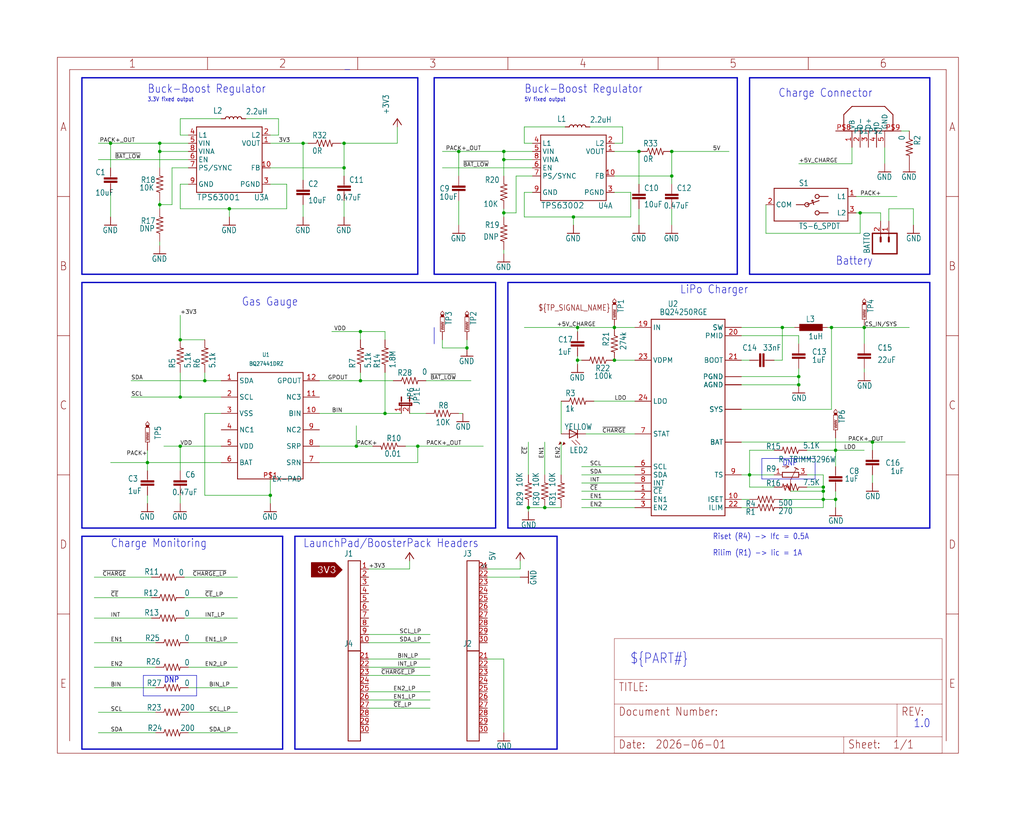
<source format=kicad_sch>
(kicad_sch (version 20250114) (generator "eeschema") (generator_version "9.0")
  (paper "User" 317.5 254.127)
  (text "3.3V fixed output" (at 45.72 31.75 0) (effects (font (size 1.27 1.0795)) (justify left bottom)))
  (text "${COMPANY}" (at 194.31 205.74 0) (effects (font (size 3.81 3.2385)) (justify left bottom)))
  (text "1.0" (at 283.21 226.06 0) (effects (font (size 2.54 2.159)) (justify left bottom)))
  (text "Charge Connector" (at 241.3 30.48 0) (effects (font (size 2.54 2.159)) (justify left bottom)))
  (text "Charge Monitoring" (at 34.29 170.18 0) (effects (font (size 2.54 2.159)) (justify left bottom)))
  (text "5V fixed output" (at 162.56 31.75 0) (effects (font (size 1.27 1.0795)) (justify left bottom)))
  (text "Buck-Boost Regulator" (at 162.56 29.21 0) (effects (font (size 2.54 2.159)) (justify left bottom)))
  (text "Riset (R4) -> Ifc = 0.5A" (at 220.98 167.64 0) (effects (font (size 1.778 1.5113)) (justify left bottom)))
  (text "DNP" (at 50.8 212.09 0) (effects (font (size 1.778 1.5113)) (justify left bottom)))
  (text "DNP" (at 242.57 144.78 0) (effects (font (size 1.778 1.5113)) (justify left bottom)))
  (text "LiPo Charger" (at 210.82 91.44 0) (effects (font (size 2.54 2.159)) (justify left bottom)))
  (text "${PART#}" (at 195.326 206.248 0) (effects (font (size 3.048 2.5908)) (justify left bottom)))
  (text "Rilim (R1) -> Iic = 1A" (at 220.98 172.72 0) (effects (font (size 1.778 1.5113)) (justify left bottom)))
  (text "DNP" (at 50.8 212.09 0) (effects (font (size 1.778 1.5113)) (justify left bottom)))
  (text "Gas Gauge" (at 74.93 95.25 0) (effects (font (size 2.54 2.159)) (justify left bottom)))
  (text "LaunchPad/BoosterPack Headers" (at 93.98 170.18 0) (effects (font (size 2.54 2.159)) (justify left bottom)))
  (text "Buck-Boost Regulator" (at 45.72 29.21 0) (effects (font (size 2.54 2.159)) (justify left bottom)))
  (text "Battery" (at 259.08 82.55 0) (effects (font (size 2.54 2.159)) (justify left bottom)))
  (junction (at 93.98 44.45))
  (junction (at 163.83 157.48))
  (junction (at 242.57 101.6))
  (junction (at 45.72 143.51))
  (junction (at 247.65 119.38))
  (junction (at 257.81 101.6))
  (junction (at 266.7 66.04))
  (junction (at 71.12 64.77))
  (junction (at 259.08 154.94))
  (junction (at 63.5 118.11))
  (junction (at 110.49 138.43))
  (junction (at 129.54 138.43))
  (junction (at 106.68 52.07))
  (junction (at 111.76 102.87))
  (junction (at 168.91 157.48))
  (junction (at 198.12 46.99))
  (junction (at 190.5 101.6))
  (junction (at 270.51 137.16))
  (junction (at 156.21 66.04))
  (junction (at 49.53 46.99))
  (junction (at 255.27 154.94))
  (junction (at 179.07 111.76))
  (junction (at 142.24 46.99))
  (junction (at 232.41 147.32))
  (junction (at 247.65 116.84))
  (junction (at 55.88 123.19))
  (junction (at 267.97 101.6))
  (junction (at 111.76 118.11))
  (junction (at 156.21 46.99))
  (junction (at 144.78 107.95))
  (junction (at 208.28 54.61))
  (junction (at 55.88 138.43))
  (junction (at 190.5 111.76))
  (junction (at 34.29 44.45))
  (junction (at 255.27 152.4))
  (junction (at 156.21 49.53))
  (junction (at 83.82 153.67))
  (junction (at 177.8 67.31))
  (junction (at 49.53 44.45))
  (junction (at 106.68 44.45))
  (junction (at 119.38 128.27))
  (junction (at 179.07 101.6))
  (junction (at 49.53 63.5))
  (junction (at 259.08 139.7))
  (junction (at 208.28 46.99))
  (junction (at 255.27 151.13))
  (junction (at 55.88 105.41))
  (wire (pts (xy 111.76 102.87) (xy 119.38 102.87)) (stroke (width 0.1524)))
  (wire (pts (xy 48.26 199.39) (xy 29.21 199.39)) (stroke (width 0.1524)))
  (wire (pts (xy 283.21 64.77) (xy 283.21 69.85)) (stroke (width 0.1524)))
  (wire (pts (xy 49.53 44.45) (xy 34.29 44.45)) (stroke (width 0.1524)))
  (wire (pts (xy 119.38 102.87) (xy 119.38 105.41)) (stroke (width 0.1524)))
  (wire (pts (xy 275.59 68.58) (xy 275.59 64.77)) (stroke (width 0.1524)))
  (wire (pts (xy 114.3 207.01) (xy 133.35 207.01)) (stroke (width 0.1524)))
  (wire (pts (xy 99.06 143.51) (xy 129.54 143.51)) (stroke (width 0.1524)))
  (wire (pts (xy 267.97 106.68) (xy 267.97 101.6)) (stroke (width 0.1524)))
  (wire (pts (xy 111.76 115.57) (xy 111.76 118.11)) (stroke (width 0.1524)))
  (wire (pts (xy 273.05 66.04) (xy 266.7 66.04)) (stroke (width 0.1524)))
  (polyline (pts (xy 108.458 21.59) (xy 106.934 21.59)) (stroke (width 0.1524) (type solid)))
  (wire (pts (xy 58.42 44.45) (xy 49.53 44.45)) (stroke (width 0.1524)))
  (wire (pts (xy 237.49 72.39) (xy 266.7 72.39)) (stroke (width 0.1524)))
  (wire (pts (xy 57.15 185.42) (xy 73.66 185.42)) (stroke (width 0.1524)))
  (wire (pts (xy 53.34 63.5) (xy 53.34 52.07)) (stroke (width 0.1524)))
  (wire (pts (xy 55.88 64.77) (xy 71.12 64.77)) (stroke (width 0.1524)))
  (wire (pts (xy 156.21 66.04) (xy 156.21 64.77)) (stroke (width 0.1524)))
  (wire (pts (xy 58.42 49.53) (xy 30.48 49.53)) (stroke (width 0.1524)))
  (wire (pts (xy 264.16 50.8) (xy 247.65 50.8)) (stroke (width 0.1524)))
  (wire (pts (xy 45.72 146.05) (xy 45.72 143.51)) (stroke (width 0.1524)))
  (wire (pts (xy 229.87 119.38) (xy 247.65 119.38)) (stroke (width 0.1524)))
  (wire (pts (xy 45.72 153.67) (xy 45.72 156.21)) (stroke (width 0.1524)))
  (wire (pts (xy 168.91 147.32) (xy 168.91 137.16)) (stroke (width 0.1524)))
  (polyline (pts (xy 232.41 85.09) (xy 232.41 24.13)) (stroke (width 0.4064) (type solid)))
  (wire (pts (xy 58.42 213.36) (xy 73.66 213.36)) (stroke (width 0.1524)))
  (wire (pts (xy 255.27 147.32) (xy 255.27 151.13)) (stroke (width 0.1524)))
  (wire (pts (xy 34.29 52.07) (xy 34.29 44.45)) (stroke (width 0.1524)))
  (wire (pts (xy 190.5 101.6) (xy 196.85 101.6)) (stroke (width 0.1524)))
  (wire (pts (xy 133.35 217.17) (xy 114.3 217.17)) (stroke (width 0.1524)))
  (wire (pts (xy 255.27 152.4) (xy 255.27 154.94)) (stroke (width 0.1524)))
  (wire (pts (xy 250.19 147.32) (xy 255.27 147.32)) (stroke (width 0.1524)))
  (wire (pts (xy 208.28 57.15) (xy 208.28 54.61)) (stroke (width 0.1524)))
  (wire (pts (xy 196.85 144.78) (xy 180.34 144.78)) (stroke (width 0.1524)))
  (wire (pts (xy 46.99 185.42) (xy 29.21 185.42)) (stroke (width 0.1524)))
  (wire (pts (xy 132.08 118.11) (xy 146.05 118.11)) (stroke (width 0.1524)))
  (wire (pts (xy 34.29 44.45) (xy 30.48 44.45)) (stroke (width 0.1524)))
  (wire (pts (xy 57.15 191.77) (xy 73.66 191.77)) (stroke (width 0.1524)))
  (wire (pts (xy 55.88 123.19) (xy 68.58 123.19)) (stroke (width 0.1524)))
  (wire (pts (xy 259.08 154.94) (xy 259.08 157.48)) (stroke (width 0.1524)))
  (wire (pts (xy 250.19 151.13) (xy 255.27 151.13)) (stroke (width 0.1524)))
  (wire (pts (xy 83.82 44.45) (xy 93.98 44.45)) (stroke (width 0.1524)))
  (wire (pts (xy 57.15 179.07) (xy 73.66 179.07)) (stroke (width 0.1524)))
  (wire (pts (xy 63.5 118.11) (xy 68.58 118.11)) (stroke (width 0.1524)))
  (wire (pts (xy 193.04 39.37) (xy 193.04 44.45)) (stroke (width 0.1524)))
  (wire (pts (xy 124.46 128.27) (xy 119.38 128.27)) (stroke (width 0.1524)))
  (wire (pts (xy 151.13 179.07) (xy 161.29 179.07)) (stroke (width 0.1524)))
  (wire (pts (xy 63.5 153.67) (xy 83.82 153.67)) (stroke (width 0.1524)))
  (polyline (pts (xy 252.73 142.24) (xy 236.22 142.24)) (stroke (width 0.1524) (type solid)))
  (polyline (pts (xy 157.48 87.63) (xy 288.29 87.63)) (stroke (width 0.4064) (type solid)))
  (wire (pts (xy 133.35 199.39) (xy 114.3 199.39)) (stroke (width 0.1524)))
  (polyline (pts (xy 91.44 232.41) (xy 91.44 166.37)) (stroke (width 0.4064) (type solid)))
  (wire (pts (xy 123.19 39.37) (xy 123.19 44.45)) (stroke (width 0.1524)))
  (wire (pts (xy 193.04 39.37) (xy 182.88 39.37)) (stroke (width 0.1524)))
  (polyline (pts (xy 25.4 24.13) (xy 25.4 85.09)) (stroke (width 0.4064) (type solid)))
  (polyline (pts (xy 252.73 148.59) (xy 252.73 142.24)) (stroke (width 0.1524) (type solid)))
  (wire (pts (xy 257.81 101.6) (xy 256.54 101.6)) (stroke (width 0.1524)))
  (wire (pts (xy 255.27 154.94) (xy 255.27 157.48)) (stroke (width 0.1524)))
  (wire (pts (xy 58.42 220.98) (xy 73.66 220.98)) (stroke (width 0.1524)))
  (wire (pts (xy 55.88 138.43) (xy 55.88 146.05)) (stroke (width 0.1524)))
  (wire (pts (xy 179.07 113.03) (xy 179.07 111.76)) (stroke (width 0.1524)))
  (wire (pts (xy 133.35 196.85) (xy 114.3 196.85)) (stroke (width 0.1524)))
  (wire (pts (xy 267.97 115.57) (xy 267.97 114.3)) (stroke (width 0.1524)))
  (wire (pts (xy 55.88 105.41) (xy 55.88 97.79)) (stroke (width 0.1524)))
  (polyline (pts (xy 134.62 101.6) (xy 134.62 106.68)) (stroke (width 0.1524) (type solid)))
  (wire (pts (xy 257.81 127) (xy 257.81 101.6)) (stroke (width 0.1524)))
  (wire (pts (xy 173.99 134.62) (xy 173.99 124.46)) (stroke (width 0.1524)))
  (wire (pts (xy 259.08 152.4) (xy 259.08 154.94)) (stroke (width 0.1524)))
  (polyline (pts (xy 87.63 166.37) (xy 25.4 166.37)) (stroke (width 0.4064) (type solid)))
  (wire (pts (xy 151.13 176.53) (xy 161.29 176.53)) (stroke (width 0.1524)))
  (wire (pts (xy 45.72 143.51) (xy 45.72 139.7)) (stroke (width 0.1524)))
  (wire (pts (xy 179.07 110.49) (xy 179.07 111.76)) (stroke (width 0.1524)))
  (wire (pts (xy 195.58 59.69) (xy 190.5 59.69)) (stroke (width 0.1524)))
  (wire (pts (xy 247.65 116.84) (xy 247.65 119.38)) (stroke (width 0.1524)))
  (wire (pts (xy 88.9 57.15) (xy 83.82 57.15)) (stroke (width 0.1524)))
  (wire (pts (xy 142.24 128.27) (xy 143.51 128.27)) (stroke (width 0.1524)))
  (wire (pts (xy 232.41 154.94) (xy 229.87 154.94)) (stroke (width 0.1524)))
  (wire (pts (xy 198.12 64.77) (xy 198.12 69.85)) (stroke (width 0.1524)))
  (polyline (pts (xy 172.72 232.41) (xy 91.44 232.41)) (stroke (width 0.4064) (type solid)))
  (polyline (pts (xy 44.45 215.9) (xy 60.96 215.9)) (stroke (width 0.1524) (type solid)))
  (polyline (pts (xy 228.6 85.09) (xy 228.6 24.13)) (stroke (width 0.4064) (type solid)))
  (wire (pts (xy 114.3 176.53) (xy 127 176.53)) (stroke (width 0.1524)))
  (wire (pts (xy 49.53 46.99) (xy 49.53 44.45)) (stroke (width 0.1524)))
  (wire (pts (xy 232.41 147.32) (xy 232.41 151.13)) (stroke (width 0.1524)))
  (wire (pts (xy 179.07 102.87) (xy 179.07 101.6)) (stroke (width 0.1524)))
  (wire (pts (xy 142.24 62.23) (xy 142.24 69.85)) (stroke (width 0.1524)))
  (wire (pts (xy 232.41 147.32) (xy 229.87 147.32)) (stroke (width 0.1524)))
  (wire (pts (xy 165.1 59.69) (xy 162.56 59.69)) (stroke (width 0.1524)))
  (wire (pts (xy 161.29 176.53) (xy 161.29 173.99)) (stroke (width 0.1524)))
  (wire (pts (xy 229.87 104.14) (xy 247.65 104.14)) (stroke (width 0.1524)))
  (wire (pts (xy 266.7 72.39) (xy 266.7 66.04)) (stroke (width 0.1524)))
  (wire (pts (xy 270.51 137.16) (xy 280.67 137.16)) (stroke (width 0.1524)))
  (wire (pts (xy 49.53 63.5) (xy 49.53 62.23)) (stroke (width 0.1524)))
  (wire (pts (xy 99.06 118.11) (xy 111.76 118.11)) (stroke (width 0.1524)))
  (wire (pts (xy 156.21 49.53) (xy 156.21 46.99)) (stroke (width 0.1524)))
  (wire (pts (xy 179.07 111.76) (xy 180.34 111.76)) (stroke (width 0.1524)))
  (wire (pts (xy 49.53 76.2) (xy 49.53 74.93)) (stroke (width 0.1524)))
  (wire (pts (xy 58.42 207.01) (xy 73.66 207.01)) (stroke (width 0.1524)))
  (wire (pts (xy 144.78 105.41) (xy 144.78 107.95)) (stroke (width 0.1524)))
  (wire (pts (xy 142.24 46.99) (xy 137.16 46.99)) (stroke (width 0.1524)))
  (wire (pts (xy 86.36 36.83) (xy 86.36 41.91)) (stroke (width 0.1524)))
  (polyline (pts (xy 288.29 85.09) (xy 232.41 85.09)) (stroke (width 0.4064) (type solid)))
  (wire (pts (xy 160.02 54.61) (xy 160.02 66.04)) (stroke (width 0.1524)))
  (polyline (pts (xy 25.4 163.83) (xy 153.67 163.83)) (stroke (width 0.4064) (type solid)))
  (wire (pts (xy 125.73 138.43) (xy 129.54 138.43)) (stroke (width 0.1524)))
  (polyline (pts (xy 153.67 163.83) (xy 153.67 87.63)) (stroke (width 0.4064) (type solid)))
  (polyline (pts (xy 25.4 85.09) (xy 129.54 85.09)) (stroke (width 0.4064) (type solid)))
  (wire (pts (xy 229.87 116.84) (xy 247.65 116.84)) (stroke (width 0.1524)))
  (wire (pts (xy 55.88 41.91) (xy 55.88 36.83)) (stroke (width 0.1524)))
  (wire (pts (xy 257.81 101.6) (xy 267.97 101.6)) (stroke (width 0.1524)))
  (wire (pts (xy 270.51 137.16) (xy 270.51 139.7)) (stroke (width 0.1524)))
  (wire (pts (xy 165.1 52.07) (xy 137.16 52.07)) (stroke (width 0.1524)))
  (wire (pts (xy 83.82 52.07) (xy 106.68 52.07)) (stroke (width 0.1524)))
  (polyline (pts (xy 288.29 24.13) (xy 232.41 24.13)) (stroke (width 0.4064) (type solid)))
  (wire (pts (xy 198.12 46.99) (xy 198.12 57.15)) (stroke (width 0.1524)))
  (wire (pts (xy 270.51 147.32) (xy 270.51 149.86)) (stroke (width 0.1524)))
  (wire (pts (xy 196.85 154.94) (xy 180.34 154.94)) (stroke (width 0.1524)))
  (wire (pts (xy 63.5 105.41) (xy 55.88 105.41)) (stroke (width 0.1524)))
  (wire (pts (xy 259.08 139.7) (xy 267.97 139.7)) (stroke (width 0.1524)))
  (wire (pts (xy 55.88 57.15) (xy 55.88 64.77)) (stroke (width 0.1524)))
  (wire (pts (xy 193.04 44.45) (xy 190.5 44.45)) (stroke (width 0.1524)))
  (wire (pts (xy 273.05 68.58) (xy 273.05 66.04)) (stroke (width 0.1524)))
  (wire (pts (xy 111.76 105.41) (xy 111.76 102.87)) (stroke (width 0.1524)))
  (wire (pts (xy 156.21 78.74) (xy 156.21 77.47)) (stroke (width 0.1524)))
  (wire (pts (xy 58.42 46.99) (xy 49.53 46.99)) (stroke (width 0.1524)))
  (wire (pts (xy 111.76 118.11) (xy 121.92 118.11)) (stroke (width 0.1524)))
  (wire (pts (xy 281.94 40.64) (xy 279.4 40.64)) (stroke (width 0.1524)))
  (wire (pts (xy 226.06 46.99) (xy 208.28 46.99)) (stroke (width 0.1524)))
  (wire (pts (xy 55.88 138.43) (xy 50.8 138.43)) (stroke (width 0.1524)))
  (wire (pts (xy 99.06 138.43) (xy 110.49 138.43)) (stroke (width 0.1524)))
  (wire (pts (xy 156.21 67.31) (xy 156.21 66.04)) (stroke (width 0.1524)))
  (wire (pts (xy 173.99 147.32) (xy 173.99 137.16)) (stroke (width 0.1524)))
  (wire (pts (xy 232.41 157.48) (xy 229.87 157.48)) (stroke (width 0.1524)))
  (wire (pts (xy 274.32 45.72) (xy 274.32 50.8)) (stroke (width 0.1524)))
  (wire (pts (xy 190.5 46.99) (xy 198.12 46.99)) (stroke (width 0.1524)))
  (wire (pts (xy 106.68 52.07) (xy 106.68 44.45)) (stroke (width 0.1524)))
  (wire (pts (xy 63.5 118.11) (xy 40.64 118.11)) (stroke (width 0.1524)))
  (polyline (pts (xy 134.62 85.09) (xy 228.6 85.09)) (stroke (width 0.4064) (type solid)))
  (wire (pts (xy 163.83 147.32) (xy 163.83 137.16)) (stroke (width 0.1524)))
  (wire (pts (xy 246.38 101.6) (xy 242.57 101.6)) (stroke (width 0.1524)))
  (wire (pts (xy 165.1 46.99) (xy 156.21 46.99)) (stroke (width 0.1524)))
  (wire (pts (xy 177.8 67.31) (xy 195.58 67.31)) (stroke (width 0.1524)))
  (wire (pts (xy 71.12 64.77) (xy 71.12 67.31)) (stroke (width 0.1524)))
  (wire (pts (xy 49.53 63.5) (xy 53.34 63.5)) (stroke (width 0.1524)))
  (polyline (pts (xy 236.22 142.24) (xy 236.22 148.59)) (stroke (width 0.1524) (type solid)))
  (polyline (pts (xy 44.45 209.55) (xy 44.45 215.9)) (stroke (width 0.1524) (type solid)))
  (wire (pts (xy 163.83 157.48) (xy 163.83 158.75)) (stroke (width 0.1524)))
  (wire (pts (xy 83.82 153.67) (xy 83.82 148.59)) (stroke (width 0.1524)))
  (polyline (pts (xy 87.63 232.41) (xy 25.4 232.41)) (stroke (width 0.4064) (type solid)))
  (wire (pts (xy 48.26 213.36) (xy 29.21 213.36)) (stroke (width 0.1524)))
  (wire (pts (xy 123.19 44.45) (xy 106.68 44.45)) (stroke (width 0.1524)))
  (wire (pts (xy 242.57 111.76) (xy 242.57 101.6)) (stroke (width 0.1524)))
  (wire (pts (xy 165.1 49.53) (xy 156.21 49.53)) (stroke (width 0.1524)))
  (wire (pts (xy 115.57 138.43) (xy 110.49 138.43)) (stroke (width 0.1524)))
  (wire (pts (xy 184.15 124.46) (xy 196.85 124.46)) (stroke (width 0.1524)))
  (wire (pts (xy 247.65 116.84) (xy 247.65 114.3)) (stroke (width 0.1524)))
  (wire (pts (xy 232.41 151.13) (xy 240.03 151.13)) (stroke (width 0.1524)))
  (wire (pts (xy 99.06 128.27) (xy 119.38 128.27)) (stroke (width 0.1524)))
  (wire (pts (xy 163.83 157.48) (xy 168.91 157.48)) (stroke (width 0.1524)))
  (wire (pts (xy 133.35 219.71) (xy 114.3 219.71)) (stroke (width 0.1524)))
  (wire (pts (xy 208.28 54.61) (xy 208.28 46.99)) (stroke (width 0.1524)))
  (wire (pts (xy 196.85 147.32) (xy 180.34 147.32)) (stroke (width 0.1524)))
  (wire (pts (xy 129.54 138.43) (xy 149.86 138.43)) (stroke (width 0.1524)))
  (wire (pts (xy 162.56 59.69) (xy 162.56 67.31)) (stroke (width 0.1524)))
  (wire (pts (xy 162.56 67.31) (xy 177.8 67.31)) (stroke (width 0.1524)))
  (wire (pts (xy 242.57 101.6) (xy 229.87 101.6)) (stroke (width 0.1524)))
  (wire (pts (xy 93.98 63.5) (xy 93.98 67.31)) (stroke (width 0.1524)))
  (wire (pts (xy 63.5 128.27) (xy 63.5 153.67)) (stroke (width 0.1524)))
  (polyline (pts (xy 129.54 24.13) (xy 25.4 24.13)) (stroke (width 0.4064) (type solid)))
  (wire (pts (xy 179.07 101.6) (xy 162.56 101.6)) (stroke (width 0.1524)))
  (wire (pts (xy 58.42 199.39) (xy 73.66 199.39)) (stroke (width 0.1524)))
  (polyline (pts (xy 129.54 85.09) (xy 129.54 24.13)) (stroke (width 0.4064) (type solid)))
  (wire (pts (xy 55.88 36.83) (xy 68.58 36.83)) (stroke (width 0.1524)))
  (wire (pts (xy 68.58 128.27) (xy 63.5 128.27)) (stroke (width 0.1524)))
  (wire (pts (xy 111.76 102.87) (xy 102.87 102.87)) (stroke (width 0.1524)))
  (polyline (pts (xy 288.29 85.09) (xy 288.29 24.13)) (stroke (width 0.4064) (type solid)))
  (wire (pts (xy 58.42 57.15) (xy 55.88 57.15)) (stroke (width 0.1524)))
  (wire (pts (xy 48.26 227.33) (xy 30.48 227.33)) (stroke (width 0.1524)))
  (wire (pts (xy 245.11 152.4) (xy 255.27 152.4)) (stroke (width 0.1524)))
  (wire (pts (xy 255.27 151.13) (xy 255.27 152.4)) (stroke (width 0.1524)))
  (wire (pts (xy 63.5 115.57) (xy 63.5 118.11)) (stroke (width 0.1524)))
  (wire (pts (xy 229.87 137.16) (xy 270.51 137.16)) (stroke (width 0.1524)))
  (wire (pts (xy 93.98 44.45) (xy 93.98 55.88)) (stroke (width 0.1524)))
  (wire (pts (xy 156.21 66.04) (xy 160.02 66.04)) (stroke (width 0.1524)))
  (wire (pts (xy 156.21 46.99) (xy 142.24 46.99)) (stroke (width 0.1524)))
  (wire (pts (xy 129.54 143.51) (xy 129.54 138.43)) (stroke (width 0.1524)))
  (wire (pts (xy 240.03 147.32) (xy 232.41 147.32)) (stroke (width 0.1524)))
  (wire (pts (xy 45.72 143.51) (xy 34.29 143.51)) (stroke (width 0.1524)))
  (wire (pts (xy 114.3 204.47) (xy 133.35 204.47)) (stroke (width 0.1524)))
  (wire (pts (xy 137.16 107.95) (xy 144.78 107.95)) (stroke (width 0.1524)))
  (wire (pts (xy 162.56 44.45) (xy 162.56 39.37)) (stroke (width 0.1524)))
  (polyline (pts (xy 60.96 209.55) (xy 44.45 209.55)) (stroke (width 0.1524) (type solid)))
  (wire (pts (xy 237.49 63.5) (xy 237.49 72.39)) (stroke (width 0.1524)))
  (wire (pts (xy 278.13 60.96) (xy 265.43 60.96)) (stroke (width 0.1524)))
  (wire (pts (xy 127 128.27) (xy 132.08 128.27)) (stroke (width 0.1524)))
  (wire (pts (xy 177.8 67.31) (xy 177.8 69.85)) (stroke (width 0.1524)))
  (wire (pts (xy 250.19 139.7) (xy 259.08 139.7)) (stroke (width 0.1524)))
  (wire (pts (xy 165.1 44.45) (xy 162.56 44.45)) (stroke (width 0.1524)))
  (wire (pts (xy 156.21 54.61) (xy 156.21 49.53)) (stroke (width 0.1524)))
  (wire (pts (xy 162.56 39.37) (xy 175.26 39.37)) (stroke (width 0.1524)))
  (wire (pts (xy 105.664 44.45) (xy 106.68 44.45)) (stroke (width 0.1524)))
  (polyline (pts (xy 25.4 87.63) (xy 25.4 163.83)) (stroke (width 0.4064) (type solid)))
  (wire (pts (xy 255.27 154.94) (xy 259.08 154.94)) (stroke (width 0.1524)))
  (wire (pts (xy 156.21 204.47) (xy 156.21 227.33)) (stroke (width 0.1524)))
  (wire (pts (xy 114.3 214.63) (xy 133.35 214.63)) (stroke (width 0.1524)))
  (wire (pts (xy 196.85 157.48) (xy 180.34 157.48)) (stroke (width 0.1524)))
  (wire (pts (xy 133.35 209.55) (xy 114.3 209.55)) (stroke (width 0.1524)))
  (wire (pts (xy 196.85 152.4) (xy 180.34 152.4)) (stroke (width 0.1524)))
  (wire (pts (xy 106.68 54.61) (xy 106.68 52.07)) (stroke (width 0.1524)))
  (polyline (pts (xy 153.67 87.63) (xy 25.4 87.63)) (stroke (width 0.4064) (type solid)))
  (wire (pts (xy 179.07 101.6) (xy 190.5 101.6)) (stroke (width 0.1524)))
  (polyline (pts (xy 134.62 24.13) (xy 134.62 85.09)) (stroke (width 0.4064) (type solid)))
  (wire (pts (xy 127 176.53) (xy 127 173.99)) (stroke (width 0.1524)))
  (wire (pts (xy 46.99 191.77) (xy 29.21 191.77)) (stroke (width 0.1524)))
  (wire (pts (xy 196.85 111.76) (xy 190.5 111.76)) (stroke (width 0.1524)))
  (wire (pts (xy 240.03 111.76) (xy 242.57 111.76)) (stroke (width 0.1524)))
  (polyline (pts (xy 172.72 166.37) (xy 172.72 232.41)) (stroke (width 0.4064) (type solid)))
  (wire (pts (xy 275.59 64.77) (xy 283.21 64.77)) (stroke (width 0.1524)))
  (wire (pts (xy 190.5 54.61) (xy 208.28 54.61)) (stroke (width 0.1524)))
  (polyline (pts (xy 228.6 24.13) (xy 134.62 24.13)) (stroke (width 0.4064) (type solid)))
  (wire (pts (xy 55.88 123.19) (xy 40.64 123.19)) (stroke (width 0.1524)))
  (wire (pts (xy 267.97 101.6) (xy 281.94 101.6)) (stroke (width 0.1524)))
  (wire (pts (xy 53.34 52.07) (xy 58.42 52.07)) (stroke (width 0.1524)))
  (polyline (pts (xy 91.44 166.37) (xy 172.72 166.37)) (stroke (width 0.4064) (type solid)))
  (wire (pts (xy 55.88 153.67) (xy 55.88 156.21)) (stroke (width 0.1524)))
  (wire (pts (xy 247.65 104.14) (xy 247.65 106.68)) (stroke (width 0.1524)))
  (wire (pts (xy 49.53 64.77) (xy 49.53 63.5)) (stroke (width 0.1524)))
  (wire (pts (xy 196.85 149.86) (xy 180.34 149.86)) (stroke (width 0.1524)))
  (wire (pts (xy 264.16 45.72) (xy 264.16 50.8)) (stroke (width 0.1524)))
  (wire (pts (xy 232.41 111.76) (xy 229.87 111.76)) (stroke (width 0.1524)))
  (wire (pts (xy 55.88 115.57) (xy 55.88 123.19)) (stroke (width 0.1524)))
  (wire (pts (xy 242.57 154.94) (xy 255.27 154.94)) (stroke (width 0.1524)))
  (wire (pts (xy 165.1 54.61) (xy 160.02 54.61)) (stroke (width 0.1524)))
  (wire (pts (xy 86.36 41.91) (xy 83.82 41.91)) (stroke (width 0.1524)))
  (wire (pts (xy 119.38 115.57) (xy 119.38 128.27)) (stroke (width 0.1524)))
  (polyline (pts (xy 288.29 87.63) (xy 288.29 163.83)) (stroke (width 0.4064) (type solid)))
  (wire (pts (xy 266.7 66.04) (xy 265.43 66.04)) (stroke (width 0.1524)))
  (wire (pts (xy 34.29 59.69) (xy 34.29 67.31)) (stroke (width 0.1524)))
  (wire (pts (xy 195.58 67.31) (xy 195.58 59.69)) (stroke (width 0.1524)))
  (wire (pts (xy 86.36 36.83) (xy 76.2 36.83)) (stroke (width 0.1524)))
  (wire (pts (xy 168.91 157.48) (xy 173.99 157.48)) (stroke (width 0.1524)))
  (wire (pts (xy 83.82 156.21) (xy 83.82 153.67)) (stroke (width 0.1524)))
  (wire (pts (xy 232.41 139.7) (xy 232.41 147.32)) (stroke (width 0.1524)))
  (wire (pts (xy 88.9 64.77) (xy 88.9 57.15)) (stroke (width 0.1524)))
  (wire (pts (xy 142.24 54.61) (xy 142.24 46.99)) (stroke (width 0.1524)))
  (wire (pts (xy 45.72 143.51) (xy 68.58 143.51)) (stroke (width 0.1524)))
  (polyline (pts (xy 25.4 232.41) (xy 25.4 166.37)) (stroke (width 0.4064) (type solid)))
  (wire (pts (xy 259.08 144.78) (xy 259.08 139.7)) (stroke (width 0.1524)))
  (wire (pts (xy 110.49 138.43) (xy 110.49 132.08)) (stroke (width 0.1524)))
  (wire (pts (xy 48.26 220.98) (xy 30.48 220.98)) (stroke (width 0.1524)))
  (polyline (pts (xy 60.96 215.9) (xy 60.96 209.55)) (stroke (width 0.1524) (type solid)))
  (wire (pts (xy 259.08 135.89) (xy 259.08 139.7)) (stroke (width 0.1524)))
  (wire (pts (xy 58.42 227.33) (xy 73.66 227.33)) (stroke (width 0.1524)))
  (wire (pts (xy 229.87 127) (xy 257.81 127)) (stroke (width 0.1524)))
  (wire (pts (xy 106.68 67.31) (xy 106.68 62.23)) (stroke (width 0.1524)))
  (wire (pts (xy 255.27 157.48) (xy 242.57 157.48)) (stroke (width 0.1524)))
  (polyline (pts (xy 87.63 232.41) (xy 87.63 166.37)) (stroke (width 0.4064) (type solid)))
  (polyline (pts (xy 157.48 163.83) (xy 157.48 87.63)) (stroke (width 0.4064) (type solid)))
  (wire (pts (xy 71.12 64.77) (xy 88.9 64.77)) (stroke (width 0.1524)))
  (wire (pts (xy 240.03 139.7) (xy 232.41 139.7)) (stroke (width 0.1524)))
  (wire (pts (xy 68.58 138.43) (xy 55.88 138.43)) (stroke (width 0.1524)))
  (wire (pts (xy 58.42 41.91) (xy 55.88 41.91)) (stroke (width 0.1524)))
  (wire (pts (xy 196.85 134.62) (xy 181.61 134.62)) (stroke (width 0.1524)))
  (wire (pts (xy 46.99 179.07) (xy 29.21 179.07)) (stroke (width 0.1524)))
  (wire (pts (xy 49.53 52.07) (xy 49.53 46.99)) (stroke (width 0.1524)))
  (wire (pts (xy 93.98 44.45) (xy 95.504 44.45)) (stroke (width 0.1524)))
  (wire (pts (xy 151.13 204.47) (xy 156.21 204.47)) (stroke (width 0.1524)))
  (wire (pts (xy 48.26 207.01) (xy 29.21 207.01)) (stroke (width 0.1524)))
  (wire (pts (xy 208.28 69.85) (xy 208.28 64.77)) (stroke (width 0.1524)))
  (polyline (pts (xy 288.29 163.83) (xy 157.48 163.83)) (stroke (width 0.4064) (type solid)))
  (wire (pts (xy 137.16 105.41) (xy 137.16 107.95)) (stroke (width 0.1524)))
  (polyline (pts (xy 252.73 148.59) (xy 236.22 148.59)) (stroke (width 0.1524) (type solid)))
  (label "SDA_LP" (at 123.825 199.39 0) (effects (font (size 1.2446 1.2446))))
  (label "CS_IN/SYS" (at 267.97 101.6 0) (effects (font (size 1.2446 1.2446))))
  (label "~{CE}" (at 163.83 140.97 90) (effects (font (size 1.2446 1.2446))))
  (label "~{CHARGE_LP}" (at 118.11 209.55 0) (effects (font (size 1.2446 1.2446))))
  (label "~{CHARGE}" (at 31.75 179.07 0) (effects (font (size 1.2446 1.2446))))
  (label "PACK+_OUT" (at 262.89 137.16 0) (effects (font (size 1.2446 1.2446))))
  (label "VDD" (at 55.88 138.43 0) (effects (font (size 1.2446 1.2446))))
  (label "EN1_LP" (at 63.5 199.39 0) (effects (font (size 1.2446 1.2446))))
  (label "BIN" (at 34.29 213.36 0) (effects (font (size 1.2446 1.2446))))
  (label "SDA" (at 40.64 118.11 0) (effects (font (size 1.2446 1.2446))))
  (label "EN1" (at 34.29 199.39 0) (effects (font (size 1.2446 1.2446))))
  (label "PACK+" (at 266.7 60.96 0) (effects (font (size 1.2446 1.2446))))
  (label "SCL_LP" (at 64.77 220.98 0) (effects (font (size 1.2446 1.2446))))
  (label "5V" (at 151.13 176.53 180) (effects (font (size 1.016 1.016))))
  (label "~{BAT_LOW}" (at 133.35 118.11 0) (effects (font (size 1.2446 1.2446))))
  (label "+5V_CHARGE" (at 184.785 101.6 180) (effects (font (size 1.2446 1.2446))))
  (label "~{CE}" (at 182.88 152.4 0) (effects (font (size 1.2446 1.2446))))
  (label "GPOUT" (at 101.6 118.11 0) (effects (font (size 1.2446 1.2446))))
  (label "+3V3" (at 114.3 176.53 0) (effects (font (size 1.2446 1.2446))))
  (label "INT" (at 182.88 149.86 0) (effects (font (size 1.2446 1.2446))))
  (label "SCL" (at 40.64 123.19 0) (effects (font (size 1.2446 1.2446))))
  (label "LDO" (at 261.62 139.7 0) (effects (font (size 1.2446 1.2446))))
  (label "EN1_LP" (at 121.92 217.17 0) (effects (font (size 1.2446 1.2446))))
  (label "SDA" (at 34.29 227.33 0) (effects (font (size 1.2446 1.2446))))
  (label "EN1" (at 168.91 142.24 90) (effects (font (size 1.2446 1.2446))))
  (label "EN2" (at 34.29 207.01 0) (effects (font (size 1.2446 1.2446))))
  (label "LDO" (at 190.5 124.46 0) (effects (font (size 1.2446 1.2446))))
  (label "~{CE}" (at 34.29 185.42 0) (effects (font (size 1.2446 1.2446))))
  (label "EN2_LP" (at 121.92 214.63 0) (effects (font (size 1.2446 1.2446))))
  (label "VDD" (at 107.315 102.87 180) (effects (font (size 1.2446 1.2446))))
  (label "INT_LP" (at 63.5 191.77 0) (effects (font (size 1.2446 1.2446))))
  (label "SDA" (at 182.88 147.32 0) (effects (font (size 1.2446 1.2446))))
  (label "BIN_LP" (at 123.19 204.47 0) (effects (font (size 1.2446 1.2446))))
  (label "~{BAT_LOW}" (at 35.56 49.53 0) (effects (font (size 1.2446 1.2446))))
  (label "SCL_LP" (at 123.825 196.85 0) (effects (font (size 1.2446 1.2446))))
  (label "+3V3" (at 55.88 97.79 0) (effects (font (size 1.2446 1.2446))))
  (label "EN2_LP" (at 63.5 207.01 0) (effects (font (size 1.2446 1.2446))))
  (label "INT" (at 34.29 191.77 0) (effects (font (size 1.2446 1.2446))))
  (label "~{BAT_LOW}" (at 143.51 52.07 0) (effects (font (size 1.2446 1.2446))))
  (label "SCL" (at 34.29 220.98 0) (effects (font (size 1.2446 1.2446))))
  (label "INT_LP" (at 123.19 207.01 0) (effects (font (size 1.2446 1.2446))))
  (label "+5V_CHARGE" (at 247.65 50.8 0) (effects (font (size 1.2446 1.2446))))
  (label "SDA_LP" (at 64.77 227.33 0) (effects (font (size 1.2446 1.2446))))
  (label "BIN_LP" (at 64.77 213.36 0) (effects (font (size 1.2446 1.2446))))
  (label "PACK+" (at 45.72 141.605 180) (effects (font (size 1.2446 1.2446))))
  (label "EN2" (at 173.99 142.24 90) (effects (font (size 1.2446 1.2446))))
  (label "~{CE}_LP" (at 63.5 185.42 0) (effects (font (size 1.2446 1.2446))))
  (label "3V3" (at 86.36 44.45 0) (effects (font (size 1.2446 1.2446))))
  (label "EN2" (at 182.88 157.48 0) (effects (font (size 1.2446 1.2446))))
  (label "BIN" (at 102.87 128.27 0) (effects (font (size 1.2446 1.2446))))
  (label "PACK+_OUT" (at 132.08 138.43 0) (effects (font (size 1.2446 1.2446))))
  (label "PACK+_OUT" (at 41.91 44.45 180) (effects (font (size 1.2446 1.2446))))
  (label "EN1" (at 182.88 154.94 0) (effects (font (size 1.2446 1.2446))))
  (label "SCL" (at 182.88 144.78 0) (effects (font (size 1.2446 1.2446))))
  (label "~{CHARGE}" (at 186.69 134.62 0) (effects (font (size 1.2446 1.2446))))
  (label "5V" (at 220.98 46.99 0) (effects (font (size 1.2446 1.2446))))
  (label "PACK+" (at 110.49 138.43 0) (effects (font (size 1.2446 1.2446))))
  (label "~{CHARGE_LP}" (at 59.69 179.07 0) (effects (font (size 1.2446 1.2446))))
  (label "~{CE}_LP" (at 121.92 219.71 0) (effects (font (size 1.2446 1.2446))))
  (label "PACK+_OUT" (at 149.225 46.99 180) (effects (font (size 1.2446 1.2446))))
  (symbol (lib_id "BOOSTXL-BATPAKMKII-eagle-import:+3V3") (at 127 171.45 0) (unit 1)
    (property "Reference" "#3.3V0" (effects (hide yes)))
    (property "Value" "3.3V" (effects (hide yes)))
  )
  (symbol (lib_id "BOOSTXL-BATPAKMKII-eagle-import:C-EUC0603") (at 55.88 148.59 0) (unit 1)
    (property "Reference" "C6" (at 57.404 148.209 0) (effects (font (size 1.778 1.5113)) (justify left bottom)))
    (property "Value" "0.47uF" (at 53.34 153.67 0) (effects (font (size 1.778 1.5113)) (justify left bottom)))
    (property "Footprint" "BOOSTXL-BATPAKMKII:C0603" (effects (hide yes)))
  )
  (symbol (lib_id "BOOSTXL-BATPAKMKII-eagle-import:R-US_R0603") (at 163.83 152.4 90) (unit 1)
    (property "Reference" "R29" (at 160.2486 152.4 0) (effects (font (size 1.778 1.5113)) (justify right top)))
    (property "Value" "10K" (at 162.052 151.13 0) (effects (font (size 1.778 1.5113)) (justify left bottom)))
    (property "Footprint" "BOOSTXL-BATPAKMKII:R0603" (effects (hide yes)))
  )
  (symbol (lib_id "BOOSTXL-BATPAKMKII-eagle-import:PTR1PAD1-13") (at 45.72 137.16 180) (unit 1)
    (property "Reference" "TP5" (at 48.006 132.08 90) (effects (font (size 1.778 1.5113)) (justify left bottom)))
    (property "Value" "PTR1PAD1-13" (effects (hide yes)))
    (property "Footprint" "BOOSTXL-BATPAKMKII:P1-13" (effects (hide yes)))
  )
  (symbol (lib_id "BOOSTXL-BATPAKMKII-eagle-import:C-EUC0603") (at 142.24 57.15 0) (unit 1)
    (property "Reference" "C9" (at 139.446 57.531 0) (effects (font (size 1.778 1.5113)) (justify right top)))
    (property "Value" "10uF" (at 141.986 60.071 0) (effects (font (size 1.778 1.5113)) (justify right top)))
    (property "Footprint" "BOOSTXL-BATPAKMKII:C0603" (effects (hide yes)))
  )
  (symbol (lib_id "BOOSTXL-BATPAKMKII-eagle-import:R-US_R0603") (at 52.07 179.07 0) (unit 1)
    (property "Reference" "R11" (at 44.704 178.3334 0) (effects (font (size 1.778 1.5113)) (justify left bottom)))
    (property "Value" "0" (at 55.372 178.562 0) (effects (font (size 1.778 1.5113)) (justify left bottom)))
    (property "Footprint" "BOOSTXL-BATPAKMKII:R0603" (effects (hide yes)))
  )
  (symbol (lib_id "BOOSTXL-BATPAKMKII-eagle-import:R-US_R0603") (at 111.76 110.49 90) (unit 1)
    (property "Reference" "R7" (at 110.2614 114.3 0) (effects (font (size 1.778 1.5113)) (justify left bottom)))
    (property "Value" "5.1k" (at 115.062 114.3 0) (effects (font (size 1.778 1.5113)) (justify left bottom)))
    (property "Footprint" "BOOSTXL-BATPAKMKII:R0603" (effects (hide yes)))
  )
  (symbol (lib_id "BOOSTXL-BATPAKMKII-eagle-import:C-EUC0603") (at 34.29 54.61 0) (unit 1)
    (property "Reference" "C1" (at 32.766 52.451 0) (effects (font (size 1.778 1.5113)) (justify right top)))
    (property "Value" "10uF" (at 35.306 58.801 0) (effects (font (size 1.778 1.5113)) (justify right top)))
    (property "Footprint" "BOOSTXL-BATPAKMKII:C0603" (effects (hide yes)))
  )
  (symbol (lib_id "BOOSTXL-BATPAKMKII-eagle-import:HEADER1X10-J3") (at 146.05 217.17 0) (unit 1)
    (property "Reference" "J2" (at 143.51 200.66 0) (effects (font (size 1.778 1.5113)) (justify left bottom)))
    (property "Value" "HEADER1X10-J3" (effects (hide yes)))
    (property "Footprint" "BOOSTXL-BATPAKMKII:1X10-J3" (effects (hide yes)))
  )
  (symbol (lib_id "BOOSTXL-BATPAKMKII-eagle-import:R-US_R0603") (at 53.34 213.36 0) (unit 1)
    (property "Reference" "R27" (at 45.466 212.8774 0) (effects (font (size 1.778 1.5113)) (justify left bottom)))
    (property "Value" "0" (at 57.15 212.852 0) (effects (font (size 1.778 1.5113)) (justify left bottom)))
    (property "Footprint" "BOOSTXL-BATPAKMKII:R0603" (effects (hide yes)))
  )
  (symbol (lib_id "BOOSTXL-BATPAKMKII-eagle-import:+5V") (at 161.29 171.45 0) (unit 1)
    (property "Reference" "#P+1" (effects (hide yes)))
    (property "Value" "5V" (at 153.67 173.99 90) (effects (font (size 1.778 1.5113)) (justify left bottom)))
  )
  (symbol (lib_id "BOOSTXL-BATPAKMKII-eagle-import:GND") (at 49.53 78.74 0) (unit 1)
    (property "Reference" "#GND9" (effects (hide yes)))
    (property "Value" "GND" (at 46.99 81.28 0) (effects (font (size 1.778 1.5113)) (justify left bottom)))
  )
  (symbol (lib_id "BOOSTXL-BATPAKMKII-eagle-import:R-US_R0603") (at 53.34 199.39 0) (unit 1)
    (property "Reference" "R25" (at 44.958 198.9074 0) (effects (font (size 1.778 1.5113)) (justify left bottom)))
    (property "Value" "0" (at 57.15 198.882 0) (effects (font (size 1.778 1.5113)) (justify left bottom)))
    (property "Footprint" "BOOSTXL-BATPAKMKII:R0603" (effects (hide yes)))
  )
  (symbol (lib_id "BOOSTXL-BATPAKMKII-eagle-import:M02-JST-2MM-SMT") (at 275.59 76.2 90) (unit 1)
    (property "Reference" "BATT0" (at 269.748 78.74 0) (effects (font (size 1.778 1.5113)) (justify left bottom)))
    (property "Value" "M02-JST-2MM-SMT" (effects (hide yes)))
    (property "Footprint" "BOOSTXL-BATPAKMKII:JST-2-SMD" (effects (hide yes)))
  )
  (symbol (lib_id "BOOSTXL-BATPAKMKII-eagle-import:GND") (at 55.88 158.75 0) (unit 1)
    (property "Reference" "#GND14" (effects (hide yes)))
    (property "Value" "GND" (at 53.34 161.29 0) (effects (font (size 1.778 1.5113)) (justify left bottom)))
  )
  (symbol (lib_id "BOOSTXL-BATPAKMKII-eagle-import:PTR1PAD1-13") (at 144.78 102.87 180) (unit 1)
    (property "Reference" "TP2" (at 145.796 96.52 90) (effects (font (size 1.778 1.5113)) (justify left bottom)))
    (property "Value" "PTR1PAD1-13" (effects (hide yes)))
    (property "Footprint" "BOOSTXL-BATPAKMKII:P1-13" (effects (hide yes)))
  )
  (symbol (lib_id "BOOSTXL-BATPAKMKII-eagle-import:C-EUC0603") (at 208.28 59.69 0) (unit 1)
    (property "Reference" "C12" (at 209.804 59.309 0) (effects (font (size 1.778 1.5113)) (justify left bottom)))
    (property "Value" "0.47uF" (at 205.74 64.77 0) (effects (font (size 1.778 1.5113)) (justify left bottom)))
    (property "Footprint" "BOOSTXL-BATPAKMKII:C0603" (effects (hide yes)))
  )
  (symbol (lib_id "BOOSTXL-BATPAKMKII-eagle-import:GND") (at 177.8 72.39 0) (unit 1)
    (property "Reference" "#GND20" (effects (hide yes)))
    (property "Value" "GND" (at 175.26 74.93 0) (effects (font (size 1.778 1.5113)) (justify left bottom)))
  )
  (symbol (lib_id "BOOSTXL-BATPAKMKII-eagle-import:VLF4012A") (at 76.2 36.83 180) (unit 1)
    (property "Reference" "L2" (at 66.04 35.306 0) (effects (font (size 1.778 1.5113)) (justify right top)))
    (property "Value" "2.2uH" (at 76.2 35.56 0) (effects (font (size 1.778 1.5113)) (justify right top)))
    (property "Footprint" "BOOSTXL-BATPAKMKII:VLF4102A" (effects (hide yes)))
  )
  (symbol (lib_id "BOOSTXL-BATPAKMKII-eagle-import:GND") (at 45.72 158.75 0) (unit 1)
    (property "Reference" "#GND15" (effects (hide yes)))
    (property "Value" "GND" (at 43.18 161.29 0) (effects (font (size 1.778 1.5113)) (justify left bottom)))
  )
  (symbol (lib_id "BOOSTXL-BATPAKMKII-eagle-import:SILK_3V3_TAG") (at 96.52 179.07 0) (unit 1)
    (property "Reference" "U$1" (effects (hide yes)))
    (property "Value" "SILK_3V3_TAG" (effects (hide yes)))
    (property "Footprint" "BOOSTXL-BATPAKMKII:SILK_3V3_TAG" (effects (hide yes)))
  )
  (symbol (lib_id "BOOSTXL-BATPAKMKII-eagle-import:R-US_R0603") (at 52.07 191.77 0) (unit 1)
    (property "Reference" "R13" (at 44.704 191.0334 0) (effects (font (size 1.778 1.5113)) (justify left bottom)))
    (property "Value" "0" (at 57.15 191.262 0) (effects (font (size 1.778 1.5113)) (justify left bottom)))
    (property "Footprint" "BOOSTXL-BATPAKMKII:R0603" (effects (hide yes)))
  )
  (symbol (lib_id "BOOSTXL-BATPAKMKII-eagle-import:BQ27441DRZ") (at 83.82 130.81 0) (unit 1)
    (property "Reference" "U1" (at 81.28 110.744 0) (effects (font (size 1.27 1.0795)) (justify left bottom)))
    (property "Value" "BQ27441DRZ" (at 77.216 113.538 0) (effects (font (size 1.27 1.0795)) (justify left bottom)))
    (property "Footprint" "BOOSTXL-BATPAKMKII:DRZ12" (effects (hide yes)))
  )
  (symbol (lib_id "BOOSTXL-BATPAKMKII-eagle-import:C-EUC0603") (at 267.97 109.22 0) (unit 1)
    (property "Reference" "C15" (at 272.034 108.839 0) (effects (font (size 1.778 1.5113)) (justify left bottom)))
    (property "Value" "22uF" (at 272.034 112.649 0) (effects (font (size 1.778 1.5113)) (justify left bottom)))
    (property "Footprint" "BOOSTXL-BATPAKMKII:C0603" (effects (hide yes)))
  )
  (symbol (lib_id "BOOSTXL-BATPAKMKII-eagle-import:R-TRIMM3296W") (at 245.11 147.32 270) (unit 1)
    (property "Reference" "R9" (at 237.49 146.431 90) (effects (font (size 1.778 1.5113)) (justify left bottom)))
    (property "Value" "R-TRIMM3296W" (at 241.3 143.51 90) (effects (font (size 1.778 1.5113)) (justify left bottom)))
    (property "Footprint" "BOOSTXL-BATPAKMKII:RTRIM3296W" (effects (hide yes)))
  )
  (symbol (lib_id "BOOSTXL-BATPAKMKII-eagle-import:C-EUC0603") (at 45.72 148.59 0) (unit 1)
    (property "Reference" "C3" (at 39.624 149.479 0) (effects (font (size 1.778 1.5113)) (justify left bottom)))
    (property "Value" "1uF" (at 39.624 153.289 0) (effects (font (size 1.778 1.5113)) (justify left bottom)))
    (property "Footprint" "BOOSTXL-BATPAKMKII:C0603" (effects (hide yes)))
  )
  (symbol (lib_id "BOOSTXL-BATPAKMKII-eagle-import:GND") (at 93.98 69.85 0) (unit 1)
    (property "Reference" "#GND3" (effects (hide yes)))
    (property "Value" "GND" (at 91.44 72.39 0) (effects (font (size 1.778 1.5113)) (justify left bottom)))
  )
  (symbol (lib_id "BOOSTXL-BATPAKMKII-eagle-import:R-US_R0603") (at 137.16 128.27 180) (unit 1)
    (property "Reference" "R8" (at 135.89 126.7714 0) (effects (font (size 1.778 1.5113)) (justify right top)))
    (property "Value" "10K" (at 139.7 130.048 0) (effects (font (size 1.778 1.5113)) (justify left bottom)))
    (property "Footprint" "BOOSTXL-BATPAKMKII:R0603" (effects (hide yes)))
  )
  (symbol (lib_id "BOOSTXL-BATPAKMKII-eagle-import:R-US_R0603") (at 63.5 110.49 90) (unit 1)
    (property "Reference" "R6" (at 62.0014 114.3 0) (effects (font (size 1.778 1.5113)) (justify left bottom)))
    (property "Value" "5.1k" (at 66.802 114.3 0) (effects (font (size 1.778 1.5113)) (justify left bottom)))
    (property "Footprint" "BOOSTXL-BATPAKMKII:R0603" (effects (hide yes)))
  )
  (symbol (lib_id "BOOSTXL-BATPAKMKII-eagle-import:GND") (at 208.28 72.39 0) (unit 1)
    (property "Reference" "#GND17" (effects (hide yes)))
    (property "Value" "GND" (at 205.74 74.93 0) (effects (font (size 1.778 1.5113)) (justify left bottom)))
  )
  (symbol (lib_id "BOOSTXL-BATPAKMKII-eagle-import:C-EUC0603") (at 234.95 111.76 90) (unit 1)
    (property "Reference" "C14" (at 230.124 108.839 90) (effects (font (size 1.778 1.5113)) (justify right top)))
    (property "Value" "33nF" (at 236.474 108.839 90) (effects (font (size 1.778 1.5113)) (justify right top)))
    (property "Footprint" "BOOSTXL-BATPAKMKII:C0603" (effects (hide yes)))
  )
  (symbol (lib_id "BOOSTXL-BATPAKMKII-eagle-import:GND") (at 83.82 158.75 0) (unit 1)
    (property "Reference" "#GND11" (effects (hide yes)))
    (property "Value" "GND" (at 81.28 161.29 0) (effects (font (size 1.778 1.5113)) (justify left bottom)))
  )
  (symbol (lib_id "BOOSTXL-BATPAKMKII-eagle-import:GND") (at 179.07 115.57 0) (unit 1)
    (property "Reference" "#GND22" (effects (hide yes)))
    (property "Value" "GND" (at 176.53 118.11 0) (effects (font (size 1.778 1.5113)) (justify left bottom)))
  )
  (symbol (lib_id "BOOSTXL-BATPAKMKII-eagle-import:C-EUC0603") (at 247.65 109.22 0) (unit 1)
    (property "Reference" "C13" (at 251.714 110.109 0) (effects (font (size 1.778 1.5113)) (justify left bottom)))
    (property "Value" "1uF" (at 251.714 112.649 0) (effects (font (size 1.778 1.5113)) (justify left bottom)))
    (property "Footprint" "BOOSTXL-BATPAKMKII:C0603" (effects (hide yes)))
  )
  (symbol (lib_id "BOOSTXL-BATPAKMKII-eagle-import:GND") (at 267.97 118.11 0) (mirror y) (unit 1)
    (property "Reference" "#GND23" (effects (hide yes)))
    (property "Value" "GND" (at 270.51 120.65 0) (effects (font (size 1.778 1.5113)) (justify left bottom)))
  )
  (symbol (lib_id "BOOSTXL-BATPAKMKII-eagle-import:GND") (at 106.68 69.85 0) (unit 1)
    (property "Reference" "#GND5" (effects (hide yes)))
    (property "Value" "GND" (at 104.14 72.39 0) (effects (font (size 1.778 1.5113)) (justify left bottom)))
  )
  (symbol (lib_id "BOOSTXL-BATPAKMKII-eagle-import:PTR1PAD1-13") (at 267.97 99.06 180) (unit 1)
    (property "Reference" "TP4" (at 268.986 92.71 90) (effects (font (size 1.778 1.5113)) (justify left bottom)))
    (property "Value" "PTR1PAD1-13" (effects (hide yes)))
    (property "Footprint" "BOOSTXL-BATPAKMKII:P1-13" (effects (hide yes)))
  )
  (symbol (lib_id "BOOSTXL-BATPAKMKII-eagle-import:GND") (at 283.21 72.39 0) (mirror y) (unit 1)
    (property "Reference" "#GND12" (effects (hide yes)))
    (property "Value" "GND" (at 285.75 74.93 0) (effects (font (size 1.778 1.5113)) (justify left bottom)))
  )
  (symbol (lib_id "BOOSTXL-BATPAKMKII-eagle-import:R-US_R0603") (at 156.21 59.69 90) (unit 1)
    (property "Reference" "R20" (at 154.94 54.8386 90) (effects (font (size 1.778 1.5113)) (justify left bottom)))
    (property "Value" "10K" (at 149.86 64.262 90) (effects (font (size 1.778 1.5113)) (justify right top)))
    (property "Footprint" "BOOSTXL-BATPAKMKII:R0603" (effects (hide yes)))
  )
  (symbol (lib_id "BOOSTXL-BATPAKMKII-eagle-import:C-EUC0603") (at 259.08 147.32 0) (unit 1)
    (property "Reference" "C8" (at 266.446 145.161 0) (effects (font (size 1.778 1.5113)) (justify right top)))
    (property "Value" "1uF" (at 261.874 149.479 0) (effects (font (size 1.778 1.5113)) (justify left bottom)))
    (property "Footprint" "BOOSTXL-BATPAKMKII:C0603" (effects (hide yes)))
  )
  (symbol (lib_id "BOOSTXL-BATPAKMKII-eagle-import:GND") (at 259.08 160.02 0) (mirror y) (unit 1)
    (property "Reference" "#GND25" (effects (hide yes)))
    (property "Value" "GND" (at 261.62 162.56 0) (effects (font (size 1.778 1.5113)) (justify left bottom)))
  )
  (symbol (lib_id "BOOSTXL-BATPAKMKII-eagle-import:GND") (at 198.12 72.39 0) (unit 1)
    (property "Reference" "#GND19" (effects (hide yes)))
    (property "Value" "GND" (at 195.58 74.93 0) (effects (font (size 1.778 1.5113)) (justify left bottom)))
  )
  (symbol (lib_id "BOOSTXL-BATPAKMKII-eagle-import:R-US_R1206") (at 120.65 138.43 0) (mirror y) (unit 1)
    (property "Reference" "R10" (at 124.46 136.9314 0) (effects (font (size 1.778 1.5113)) (justify left bottom)))
    (property "Value" "0.01" (at 124.46 141.732 0) (effects (font (size 1.778 1.5113)) (justify left bottom)))
    (property "Footprint" "BOOSTXL-BATPAKMKII:R1206" (effects (hide yes)))
  )
  (symbol (lib_id "BOOSTXL-BATPAKMKII-eagle-import:R-US_R0805") (at 203.2 46.99 0) (unit 1)
    (property "Reference" "R33" (at 199.39 45.4914 0) (effects (font (size 1.778 1.5113)) (justify left bottom)))
    (property "Value" "0R" (at 199.39 50.292 0) (effects (font (size 1.778 1.5113)) (justify left bottom)))
    (property "Footprint" "BOOSTXL-BATPAKMKII:R0805" (effects (hide yes)))
  )
  (symbol (lib_id "BOOSTXL-BATPAKMKII-eagle-import:R-US_R0603") (at 179.07 124.46 0) (unit 1)
    (property "Reference" "R3" (at 175.26 122.9614 0) (effects (font (size 1.778 1.5113)) (justify left bottom)))
    (property "Value" "1k" (at 175.26 127.762 0) (effects (font (size 1.778 1.5113)) (justify left bottom)))
    (property "Footprint" "BOOSTXL-BATPAKMKII:R0603" (effects (hide yes)))
  )
  (symbol (lib_id "BOOSTXL-BATPAKMKII-eagle-import:R-US_R0603") (at 52.07 185.42 0) (unit 1)
    (property "Reference" "R12" (at 44.45 184.9374 0) (effects (font (size 1.778 1.5113)) (justify left bottom)))
    (property "Value" "0" (at 57.15 184.912 0) (effects (font (size 1.778 1.5113)) (justify left bottom)))
    (property "Footprint" "BOOSTXL-BATPAKMKII:R0603" (effects (hide yes)))
  )
  (symbol (lib_id "BOOSTXL-BATPAKMKII-eagle-import:R-US_R0603") (at 49.53 69.85 90) (unit 1)
    (property "Reference" "R17" (at 48.26 67.5386 90) (effects (font (size 1.778 1.5113)) (justify left bottom)))
    (property "Value" "DNP" (at 43.18 71.882 90) (effects (font (size 1.778 1.5113)) (justify right top)))
    (property "Footprint" "BOOSTXL-BATPAKMKII:R0603" (effects (hide yes)))
  )
  (symbol (lib_id "BOOSTXL-BATPAKMKII-eagle-import:BQ24250RGE") (at 214.63 127 0) (unit 1)
    (property "Reference" "U2" (at 207.01 95.25 0) (effects (font (size 1.778 1.5113)) (justify left bottom)))
    (property "Value" "BQ24250RGE" (at 204.47 97.79 0) (effects (font (size 1.778 1.5113)) (justify left bottom)))
    (property "Footprint" "BOOSTXL-BATPAKMKII:TI_RGE24" (effects (hide yes)))
  )
  (symbol (lib_id "BOOSTXL-BATPAKMKII-eagle-import:R-US_R0603") (at 281.94 45.72 270) (unit 1)
    (property "Reference" "R2" (at 283.4386 41.91 0) (effects (font (size 1.778 1.5113)) (justify left bottom)))
    (property "Value" "0" (at 278.638 41.91 0) (effects (font (size 1.778 1.5113)) (justify left bottom)))
    (property "Footprint" "BOOSTXL-BATPAKMKII:R0603" (effects (hide yes)))
  )
  (symbol (lib_id "BOOSTXL-BATPAKMKII-eagle-import:GND") (at 156.21 229.87 0) (mirror y) (unit 1)
    (property "Reference" "#GND26" (effects (hide yes)))
    (property "Value" "GND" (at 158.75 232.41 0) (effects (font (size 1.778 1.5113)) (justify left bottom)))
  )
  (symbol (lib_id "BOOSTXL-BATPAKMKII-eagle-import:C-EUC0603") (at 198.12 59.69 0) (unit 1)
    (property "Reference" "C10" (at 199.644 59.309 0) (effects (font (size 1.778 1.5113)) (justify left bottom)))
    (property "Value" "10uF" (at 199.644 64.389 0) (effects (font (size 1.778 1.5113)) (justify left bottom)))
    (property "Footprint" "BOOSTXL-BATPAKMKII:C0603" (effects (hide yes)))
  )
  (symbol (lib_id "BOOSTXL-BATPAKMKII-eagle-import:L-EUL3216C") (at 251.46 101.6 90) (unit 1)
    (property "Reference" "L3" (at 252.73 98.0186 90) (effects (font (size 1.778 1.5113)) (justify left bottom)))
    (property "Value" "1uH" (at 255.27 103.378 90) (effects (font (size 1.778 1.5113)) (justify left bottom)))
    (property "Footprint" "BOOSTXL-BATPAKMKII:L3216C" (effects (hide yes)))
  )
  (symbol (lib_id "BOOSTXL-BATPAKMKII-eagle-import:VLF4012A") (at 182.88 39.37 180) (unit 1)
    (property "Reference" "L1" (at 172.72 37.846 0) (effects (font (size 1.778 1.5113)) (justify right top)))
    (property "Value" "2.2uH" (at 182.88 38.1 0) (effects (font (size 1.778 1.5113)) (justify right top)))
    (property "Footprint" "BOOSTXL-BATPAKMKII:VLF4102A" (effects (hide yes)))
  )
  (symbol (lib_id "BOOSTXL-BATPAKMKII-eagle-import:R-US_R0603") (at 53.34 227.33 0) (unit 1)
    (property "Reference" "R24" (at 45.72 226.8474 0) (effects (font (size 1.778 1.5113)) (justify left bottom)))
    (property "Value" "200" (at 55.88 226.822 0) (effects (font (size 1.778 1.5113)) (justify left bottom)))
    (property "Footprint" "BOOSTXL-BATPAKMKII:R0603" (effects (hide yes)))
  )
  (symbol (lib_id "BOOSTXL-BATPAKMKII-eagle-import:R-US_R0603") (at 185.42 111.76 180) (unit 1)
    (property "Reference" "R22" (at 189.23 113.2586 0) (effects (font (size 1.778 1.5113)) (justify left bottom)))
    (property "Value" "100k" (at 184.15 117.602 0) (effects (font (size 1.778 1.5113)) (justify right top)))
    (property "Footprint" "BOOSTXL-BATPAKMKII:R0603" (effects (hide yes)))
  )
  (symbol (lib_id "BOOSTXL-BATPAKMKII-eagle-import:R-US_R0805") (at 100.584 44.45 0) (unit 1)
    (property "Reference" "R32" (at 96.774 42.9514 0) (effects (font (size 1.778 1.5113)) (justify left bottom)))
    (property "Value" "0R" (at 96.774 47.752 0) (effects (font (size 1.778 1.5113)) (justify left bottom)))
    (property "Footprint" "BOOSTXL-BATPAKMKII:R0805" (effects (hide yes)))
  )
  (symbol (lib_id "BOOSTXL-BATPAKMKII-eagle-import:R-US_R0603") (at 190.5 106.68 270) (unit 1)
    (property "Reference" "R21" (at 186.9186 102.87 0) (effects (font (size 1.778 1.5113)) (justify left bottom)))
    (property "Value" "274k" (at 192.278 102.87 0) (effects (font (size 1.778 1.5113)) (justify left bottom)))
    (property "Footprint" "BOOSTXL-BATPAKMKII:R0603" (effects (hide yes)))
  )
  (symbol (lib_id "BOOSTXL-BATPAKMKII-eagle-import:GND") (at 143.51 130.81 0) (mirror y) (unit 1)
    (property "Reference" "#GND4" (effects (hide yes)))
    (property "Value" "GND" (at 146.05 133.35 0) (effects (font (size 1.778 1.5113)) (justify left bottom)))
  )
  (symbol (lib_id "BOOSTXL-BATPAKMKII-eagle-import:R-US_R0603") (at 55.88 110.49 90) (unit 1)
    (property "Reference" "R5" (at 54.3814 114.3 0) (effects (font (size 1.778 1.5113)) (justify left bottom)))
    (property "Value" "5.1k" (at 59.182 114.3 0) (effects (font (size 1.778 1.5113)) (justify left bottom)))
    (property "Footprint" "BOOSTXL-BATPAKMKII:R0603" (effects (hide yes)))
  )
  (symbol (lib_id "BOOSTXL-BATPAKMKII-eagle-import:LED_1208") (at 176.53 134.62 90) (unit 1)
    (property "Reference" "LED2" (at 182.372 138.684 90) (effects (font (size 1.778 1.5113)) (justify left bottom)))
    (property "Value" "YELLOW" (at 183.642 131.445 90) (effects (font (size 1.778 1.5113)) (justify left bottom)))
    (property "Footprint" "BOOSTXL-BATPAKMKII:RIGHTANGLE_1208" (effects (hide yes)))
  )
  (symbol (lib_id "BOOSTXL-BATPAKMKII-eagle-import:R-US_R0603") (at 168.91 152.4 90) (unit 1)
    (property "Reference" "R30" (at 165.3286 152.4 0) (effects (font (size 1.778 1.5113)) (justify right top)))
    (property "Value" "10K" (at 167.132 151.13 0) (effects (font (size 1.778 1.5113)) (justify left bottom)))
    (property "Footprint" "BOOSTXL-BATPAKMKII:R0603" (effects (hide yes)))
  )
  (symbol (lib_id "BOOSTXL-BATPAKMKII-eagle-import:R-US_R0603") (at 245.11 151.13 180) (unit 1)
    (property "Reference" "R16" (at 237.49 150.9014 0) (effects (font (size 1.778 1.5113)) (justify right top)))
    (property "Value" "7.5K" (at 248.92 150.622 0) (effects (font (size 1.778 1.5113)) (justify right top)))
    (property "Footprint" "BOOSTXL-BATPAKMKII:R0603" (effects (hide yes)))
  )
  (symbol (lib_id "BOOSTXL-BATPAKMKII-eagle-import:R-US_R0603") (at 173.99 152.4 90) (unit 1)
    (property "Reference" "R31" (at 170.4086 152.4 0) (effects (font (size 1.778 1.5113)) (justify right top)))
    (property "Value" "10K" (at 172.212 151.13 0) (effects (font (size 1.778 1.5113)) (justify left bottom)))
    (property "Footprint" "BOOSTXL-BATPAKMKII:R0603" (effects (hide yes)))
  )
  (symbol (lib_id "BOOSTXL-BATPAKMKII-eagle-import:GND") (at 142.24 72.39 0) (unit 1)
    (property "Reference" "#GND18" (effects (hide yes)))
    (property "Value" "GND" (at 139.7 74.93 0) (effects (font (size 1.778 1.5113)) (justify left bottom)))
  )
  (symbol (lib_id "BOOSTXL-BATPAKMKII-eagle-import:GND") (at 281.94 53.34 0) (unit 1)
    (property "Reference" "#GND1" (effects (hide yes)))
    (property "Value" "GND" (at 279.4 55.88 0) (effects (font (size 1.778 1.5113)) (justify left bottom)))
  )
  (symbol (lib_id "BOOSTXL-BATPAKMKII-eagle-import:FRAME_A_L") (at 17.78 233.68 0) (unit 1)
    (property "Reference" "#FRAME1" (effects (hide yes)))
    (property "Value" "FRAME_A_L" (effects (hide yes)))
  )
  (symbol (lib_id "BOOSTXL-BATPAKMKII-eagle-import:R-US_R0603") (at 156.21 72.39 90) (unit 1)
    (property "Reference" "R19" (at 154.94 68.8086 90) (effects (font (size 1.778 1.5113)) (justify left bottom)))
    (property "Value" "DNP" (at 149.86 74.422 90) (effects (font (size 1.778 1.5113)) (justify right top)))
    (property "Footprint" "BOOSTXL-BATPAKMKII:R0603" (effects (hide yes)))
  )
  (symbol (lib_id "BOOSTXL-BATPAKMKII-eagle-import:CONN_USB_MICRO_B") (at 264.16 45.72 90) (unit 1)
    (property "Reference" "USB0" (effects (hide yes)))
    (property "Value" "CONN_USB_MICRO_B" (effects (hide yes)))
    (property "Footprint" "BOOSTXL-BATPAKMKII:USB_MICRO_B_SMT" (effects (hide yes)))
  )
  (symbol (lib_id "BOOSTXL-BATPAKMKII-eagle-import:C-EUC0603") (at 179.07 105.41 0) (unit 1)
    (property "Reference" "C17" (at 172.974 106.299 0) (effects (font (size 1.778 1.5113)) (justify left bottom)))
    (property "Value" "1uF" (at 172.974 110.109 0) (effects (font (size 1.778 1.5113)) (justify left bottom)))
    (property "Footprint" "BOOSTXL-BATPAKMKII:C0603" (effects (hide yes)))
  )
  (symbol (lib_id "BOOSTXL-BATPAKMKII-eagle-import:HEADER1X10-J3") (at 146.05 189.23 0) (unit 1)
    (property "Reference" "J3" (at 143.51 172.72 0) (effects (font (size 1.778 1.5113)) (justify left bottom)))
    (property "Value" "HEADER1X10-J3" (effects (hide yes)))
    (property "Footprint" "BOOSTXL-BATPAKMKII:1X10-J3" (effects (hide yes)))
  )
  (symbol (lib_id "BOOSTXL-BATPAKMKII-eagle-import:C-EUC0603") (at 106.68 57.15 0) (unit 1)
    (property "Reference" "C11" (at 108.204 56.769 0) (effects (font (size 1.778 1.5113)) (justify left bottom)))
    (property "Value" "0.47uF" (at 104.14 62.23 0) (effects (font (size 1.778 1.5113)) (justify left bottom)))
    (property "Footprint" "BOOSTXL-BATPAKMKII:C0603" (effects (hide yes)))
  )
  (symbol (lib_id "BOOSTXL-BATPAKMKII-eagle-import:GND") (at 274.32 53.34 0) (unit 1)
    (property "Reference" "#GND7" (effects (hide yes)))
    (property "Value" "GND" (at 271.78 55.88 0) (effects (font (size 1.778 1.5113)) (justify left bottom)))
  )
  (symbol (lib_id "BOOSTXL-BATPAKMKII-eagle-import:C-EUC0603") (at 270.51 142.24 0) (unit 1)
    (property "Reference" "C16" (at 279.146 142.621 0) (effects (font (size 1.778 1.5113)) (justify right top)))
    (property "Value" "1uF" (at 280.416 145.161 0) (effects (font (size 1.778 1.5113)) (justify right top)))
    (property "Footprint" "BOOSTXL-BATPAKMKII:C0603" (effects (hide yes)))
  )
  (symbol (lib_id "BOOSTXL-BATPAKMKII-eagle-import:TPS6300") (at 177.8 52.07 0) (unit 1)
    (property "Reference" "U4" (at 185.42 64.77 0) (effects (font (size 1.778 1.5113)) (justify left bottom)))
    (property "Value" "TPS63002" (at 167.64 64.77 0) (effects (font (size 1.778 1.778)) (justify left bottom)))
    (property "Footprint" "BOOSTXL-BATPAKMKII:DRC-S-PVSON-N10" (effects (hide yes)))
  )
  (symbol (lib_id "BOOSTXL-BATPAKMKII-eagle-import:C-EUC0603") (at 93.98 58.42 0) (unit 1)
    (property "Reference" "C2" (at 95.504 58.039 0) (effects (font (size 1.778 1.5113)) (justify left bottom)))
    (property "Value" "10uF" (at 95.504 63.119 0) (effects (font (size 1.778 1.5113)) (justify left bottom)))
    (property "Footprint" "BOOSTXL-BATPAKMKII:C0603" (effects (hide yes)))
  )
  (symbol (lib_id "BOOSTXL-BATPAKMKII-eagle-import:GND") (at 270.51 152.4 0) (mirror y) (unit 1)
    (property "Reference" "#GND24" (effects (hide yes)))
    (property "Value" "GND" (at 273.05 154.94 0) (effects (font (size 1.778 1.5113)) (justify left bottom)))
  )
  (symbol (lib_id "BOOSTXL-BATPAKMKII-eagle-import:PTR1PAD1-13") (at 259.08 133.35 180) (unit 1)
    (property "Reference" "TP6" (at 260.096 127 90) (effects (font (size 1.778 1.5113)) (justify left bottom)))
    (property "Value" "PTR1PAD1-13" (effects (hide yes)))
    (property "Footprint" "BOOSTXL-BATPAKMKII:P1-13" (effects (hide yes)))
  )
  (symbol (lib_id "BOOSTXL-BATPAKMKII-eagle-import:R-US_R0603") (at 53.34 220.98 0) (unit 1)
    (property "Reference" "R23" (at 45.466 220.4974 0) (effects (font (size 1.778 1.5113)) (justify left bottom)))
    (property "Value" "200" (at 55.88 220.472 0) (effects (font (size 1.778 1.5113)) (justify left bottom)))
    (property "Footprint" "BOOSTXL-BATPAKMKII:R0603" (effects (hide yes)))
  )
  (symbol (lib_id "BOOSTXL-BATPAKMKII-eagle-import:GND") (at 34.29 69.85 0) (unit 1)
    (property "Reference" "#GND2" (effects (hide yes)))
    (property "Value" "GND" (at 31.75 72.39 0) (effects (font (size 1.778 1.5113)) (justify left bottom)))
  )
  (symbol (lib_id "BOOSTXL-BATPAKMKII-eagle-import:+3V3") (at 123.19 36.83 0) (unit 1)
    (property "Reference" "#3.3V1" (effects (hide yes)))
    (property "Value" "+3V3" (at 120.65 35.56 90) (effects (font (size 1.778 1.5113)) (justify left bottom)))
  )
  (symbol (lib_id "BOOSTXL-BATPAKMKII-eagle-import:PTR1PAD1-13") (at 190.5 99.06 180) (unit 1)
    (property "Reference" "TP1" (at 191.516 92.71 90) (effects (font (size 1.778 1.5113)) (justify left bottom)))
    (property "Value" "PTR1PAD1-13" (effects (hide yes)))
    (property "Footprint" "BOOSTXL-BATPAKMKII:P1-13" (effects (hide yes)))
  )
  (symbol (lib_id "BOOSTXL-BATPAKMKII-eagle-import:GND") (at 156.21 81.28 0) (unit 1)
    (property "Reference" "#GND10" (effects (hide yes)))
    (property "Value" "GND" (at 153.67 83.82 0) (effects (font (size 1.778 1.5113)) (justify left bottom)))
  )
  (symbol (lib_id "BOOSTXL-BATPAKMKII-eagle-import:JP1E") (at 124.46 125.73 0) (unit 1)
    (property "Reference" "JP6" (at 128.27 124.46 90) (effects (font (size 1.778 1.5113)) (justify left bottom)))
    (property "Value" "JP1E" (at 130.175 125.73 90) (effects (font (size 1.778 1.5113)) (justify left bottom)))
    (property "Footprint" "BOOSTXL-BATPAKMKII:JP1" (effects (hide yes)))
  )
  (symbol (lib_id "BOOSTXL-BATPAKMKII-eagle-import:TS-6_SPDT") (at 252.73 63.5 0) (unit 1)
    (property "Reference" "S1" (at 247.65 57.785 0) (effects (font (size 1.778 1.5113)) (justify left bottom)))
    (property "Value" "TS-6_SPDT" (at 247.65 71.12 0) (effects (font (size 1.778 1.5113)) (justify left bottom)))
    (property "Footprint" "BOOSTXL-BATPAKMKII:TS-6_SPDT" (effects (hide yes)))
  )
  (symbol (lib_id "BOOSTXL-BATPAKMKII-eagle-import:R-US_R0603") (at 237.49 157.48 0) (unit 1)
    (property "Reference" "R1" (at 231.14 159.7914 0) (effects (font (size 1.778 1.5113)) (justify left bottom)))
    (property "Value" "270" (at 241.3 159.512 0) (effects (font (size 1.778 1.5113)) (justify left bottom)))
    (property "Footprint" "BOOSTXL-BATPAKMKII:R0603" (effects (hide yes)))
  )
  (symbol (lib_id "BOOSTXL-BATPAKMKII-eagle-import:R-US_R0603") (at 49.53 57.15 90) (unit 1)
    (property "Reference" "R18" (at 48.26 54.8386 90) (effects (font (size 1.778 1.5113)) (justify left bottom)))
    (property "Value" "10K" (at 43.18 59.182 90) (effects (font (size 1.778 1.5113)) (justify right top)))
    (property "Footprint" "BOOSTXL-BATPAKMKII:R0603" (effects (hide yes)))
  )
  (symbol (lib_id "BOOSTXL-BATPAKMKII-eagle-import:R-US_R0603") (at 245.11 139.7 180) (unit 1)
    (property "Reference" "R15" (at 237.49 139.4714 0) (effects (font (size 1.778 1.5113)) (justify right top)))
    (property "Value" "5.1K" (at 248.92 139.192 0) (effects (font (size 1.778 1.5113)) (justify right top)))
    (property "Footprint" "BOOSTXL-BATPAKMKII:R0603" (effects (hide yes)))
  )
  (symbol (lib_id "BOOSTXL-BATPAKMKII-eagle-import:GND") (at 163.83 161.29 0) (mirror y) (unit 1)
    (property "Reference" "#GND13" (effects (hide yes)))
    (property "Value" "GND" (at 166.37 163.83 0) (effects (font (size 1.778 1.5113)) (justify left bottom)))
  )
  (symbol (lib_id "BOOSTXL-BATPAKMKII-eagle-import:TPS6300") (at 71.12 49.53 0) (unit 1)
    (property "Reference" "U3" (at 78.74 62.23 0) (effects (font (size 1.778 1.5113)) (justify left bottom)))
    (property "Value" "TPS63001" (at 60.96 62.23 0) (effects (font (size 1.778 1.778)) (justify left bottom)))
    (property "Footprint" "BOOSTXL-BATPAKMKII:DRC-S-PVSON-N10" (effects (hide yes)))
  )
  (symbol (lib_id "BOOSTXL-BATPAKMKII-eagle-import:GND") (at 71.12 69.85 0) (unit 1)
    (property "Reference" "#GND8" (effects (hide yes)))
    (property "Value" "GND" (at 68.58 72.39 0) (effects (font (size 1.778 1.5113)) (justify left bottom)))
  )
  (symbol (lib_id "BOOSTXL-BATPAKMKII-eagle-import:R-US_R0603") (at 237.49 154.94 180) (unit 1)
    (property "Reference" "R4" (at 231.14 157.2514 0) (effects (font (size 1.778 1.5113)) (justify right top)))
    (property "Value" "500" (at 241.3 156.972 0) (effects (font (size 1.778 1.5113)) (justify right top)))
    (property "Footprint" "BOOSTXL-BATPAKMKII:R0603" (effects (hide yes)))
  )
  (symbol (lib_id "BOOSTXL-BATPAKMKII-eagle-import:R-US_R0603") (at 127 118.11 0) (unit 1)
    (property "Reference" "R28" (at 123.19 116.6114 0) (effects (font (size 1.778 1.5113)) (justify left bottom)))
    (property "Value" "0" (at 130.81 116.332 0) (effects (font (size 1.778 1.5113)) (justify left bottom)))
    (property "Footprint" "BOOSTXL-BATPAKMKII:R0603" (effects (hide yes)))
  )
  (symbol (lib_id "BOOSTXL-BATPAKMKII-eagle-import:R-US_R0603") (at 53.34 207.01 0) (unit 1)
    (property "Reference" "R26" (at 45.212 206.2734 0) (effects (font (size 1.778 1.5113)) (justify left bottom)))
    (property "Value" "0" (at 57.15 206.502 0) (effects (font (size 1.778 1.5113)) (justify left bottom)))
    (property "Footprint" "BOOSTXL-BATPAKMKII:R0603" (effects (hide yes)))
  )
  (symbol (lib_id "BOOSTXL-BATPAKMKII-eagle-import:GND") (at 247.65 121.92 0) (mirror y) (unit 1)
    (property "Reference" "#GND21" (effects (hide yes)))
    (property "Value" "GND" (at 250.19 124.46 0) (effects (font (size 1.778 1.5113)) (justify left bottom)))
  )
  (symbol (lib_id "BOOSTXL-BATPAKMKII-eagle-import:GND") (at 163.83 179.07 90) (unit 1)
    (property "Reference" "#GND6" (effects (hide yes)))
    (property "Value" "GND" (at 166.37 181.61 0) (effects (font (size 1.778 1.5113)) (justify left bottom)))
  )
  (symbol (lib_id "BOOSTXL-BATPAKMKII-eagle-import:HEADER1X10-J3") (at 109.22 217.17 0) (unit 1)
    (property "Reference" "J4" (at 106.68 200.66 0) (effects (font (size 1.778 1.5113)) (justify left bottom)))
    (property "Value" "HEADER1X10-J3" (effects (hide yes)))
    (property "Footprint" "BOOSTXL-BATPAKMKII:1X10-J3" (effects (hide yes)))
  )
  (symbol (lib_id "BOOSTXL-BATPAKMKII-eagle-import:FRAME_A_L") (at 190.5 233.68 0) (unit 2)
    (property "Reference" "#FRAME1" (effects (hide yes)))
    (property "Value" "FRAME_A_L" (effects (hide yes)))
  )
  (symbol (lib_id "BOOSTXL-BATPAKMKII-eagle-import:MS_(TM)") (at 254 60.96 0) (unit 1)
    (property "Reference" "U$2" (effects (hide yes)))
    (property "Value" "MS_(TM)" (effects (hide yes)))
    (property "Footprint" "BOOSTXL-BATPAKMKII:MS_(TM)" (effects (hide yes)))
  )
  (symbol (lib_id "BOOSTXL-BATPAKMKII-eagle-import:HEADER1X10") (at 109.22 189.23 0) (unit 1)
    (property "Reference" "J1" (at 106.68 172.72 0) (effects (font (size 1.778 1.5113)) (justify left bottom)))
    (property "Value" "HEADER1X10" (effects (hide yes)))
    (property "Footprint" "BOOSTXL-BATPAKMKII:1X10" (effects (hide yes)))
  )
  (symbol (lib_id "BOOSTXL-BATPAKMKII-eagle-import:GND") (at 144.78 110.49 0) (unit 1)
    (property "Reference" "#GND16" (effects (hide yes)))
    (property "Value" "GND" (at 142.24 113.03 0) (effects (font (size 1.778 1.5113)) (justify left bottom)))
  )
  (symbol (lib_id "BOOSTXL-BATPAKMKII-eagle-import:PTR1PAD1-13") (at 137.16 102.87 180) (unit 1)
    (property "Reference" "TP3" (at 138.176 96.52 90) (effects (font (size 1.778 1.5113)) (justify left bottom)))
    (property "Value" "PTR1PAD1-13" (effects (hide yes)))
    (property "Footprint" "BOOSTXL-BATPAKMKII:P1-13" (effects (hide yes)))
  )
  (symbol (lib_id "BOOSTXL-BATPAKMKII-eagle-import:R-US_R0603") (at 119.38 110.49 90) (unit 1)
    (property "Reference" "R14" (at 117.8814 114.3 0) (effects (font (size 1.778 1.5113)) (justify left bottom)))
    (property "Value" "1.8M" (at 122.682 114.3 0) (effects (font (size 1.778 1.5113)) (justify left bottom)))
    (property "Footprint" "BOOSTXL-BATPAKMKII:R0603" (effects (hide yes)))
  )
)
</source>
